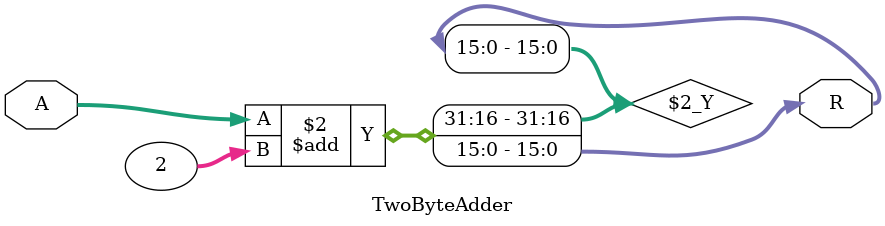
<source format=v>
module TwoByteAdder(A, R);

// I/O ports
input [15:0] A;
output reg signed [15:0] R;


always @( * )
begin
  R = A + 2;
end

endmodule
</source>
